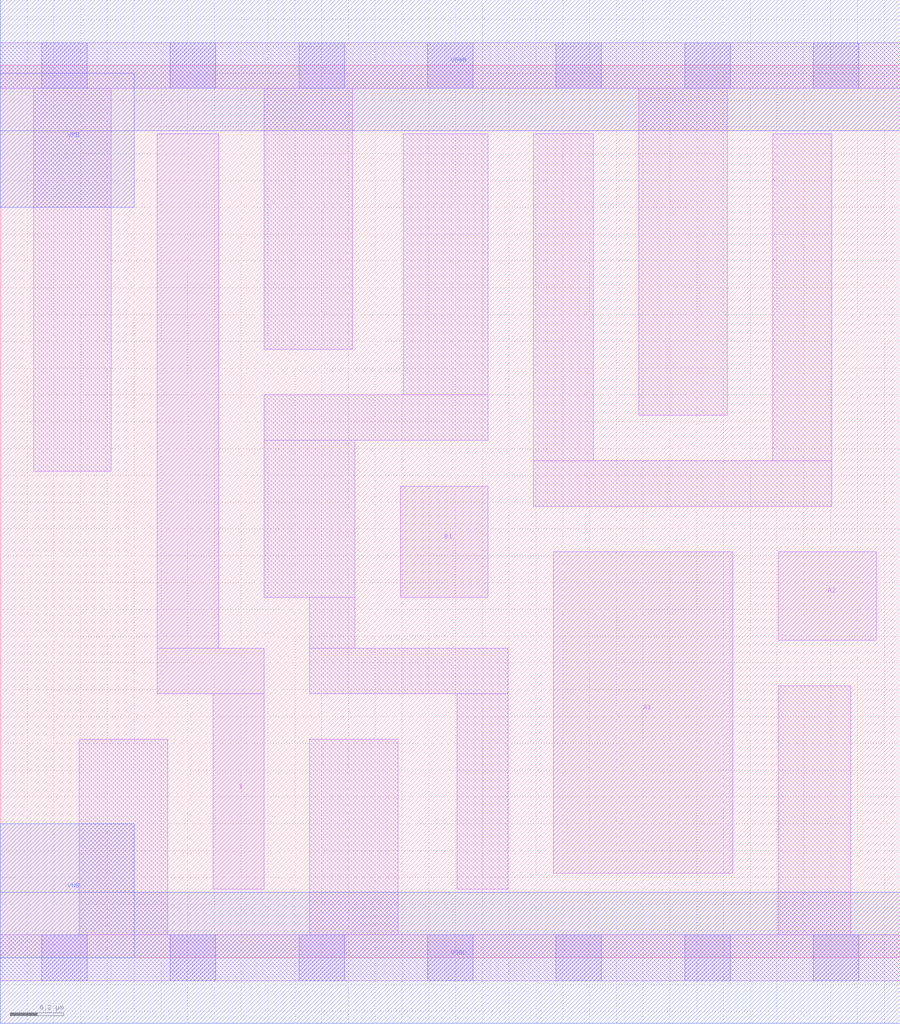
<source format=lef>
# Copyright 2020 The SkyWater PDK Authors
#
# Licensed under the Apache License, Version 2.0 (the "License");
# you may not use this file except in compliance with the License.
# You may obtain a copy of the License at
#
#     https://www.apache.org/licenses/LICENSE-2.0
#
# Unless required by applicable law or agreed to in writing, software
# distributed under the License is distributed on an "AS IS" BASIS,
# WITHOUT WARRANTIES OR CONDITIONS OF ANY KIND, either express or implied.
# See the License for the specific language governing permissions and
# limitations under the License.
#
# SPDX-License-Identifier: Apache-2.0

VERSION 5.5 ;
NAMESCASESENSITIVE ON ;
BUSBITCHARS "[]" ;
DIVIDERCHAR "/" ;
MACRO sky130_fd_sc_lp__a21o_2
  CLASS CORE ;
  SOURCE USER ;
  ORIGIN  0.000000  0.000000 ;
  SIZE  3.360000 BY  3.330000 ;
  SYMMETRY X Y R90 ;
  SITE unit ;
  PIN A1
    ANTENNAGATEAREA  0.315000 ;
    DIRECTION INPUT ;
    USE SIGNAL ;
    PORT
      LAYER li1 ;
        RECT 2.065000 0.315000 2.735000 1.515000 ;
    END
  END A1
  PIN A2
    ANTENNAGATEAREA  0.315000 ;
    DIRECTION INPUT ;
    USE SIGNAL ;
    PORT
      LAYER li1 ;
        RECT 2.905000 1.185000 3.270000 1.515000 ;
    END
  END A2
  PIN B1
    ANTENNAGATEAREA  0.315000 ;
    DIRECTION INPUT ;
    USE SIGNAL ;
    PORT
      LAYER li1 ;
        RECT 1.495000 1.345000 1.820000 1.760000 ;
    END
  END B1
  PIN X
    ANTENNADIFFAREA  0.588000 ;
    DIRECTION OUTPUT ;
    USE SIGNAL ;
    PORT
      LAYER li1 ;
        RECT 0.585000 0.985000 0.985000 1.155000 ;
        RECT 0.585000 1.155000 0.815000 3.075000 ;
        RECT 0.795000 0.255000 0.985000 0.985000 ;
    END
  END X
  PIN VGND
    DIRECTION INOUT ;
    USE GROUND ;
    PORT
      LAYER met1 ;
        RECT 0.000000 -0.245000 3.360000 0.245000 ;
    END
  END VGND
  PIN VNB
    DIRECTION INOUT ;
    USE GROUND ;
    PORT
      LAYER met1 ;
        RECT 0.000000 0.000000 0.500000 0.500000 ;
    END
  END VNB
  PIN VPB
    DIRECTION INOUT ;
    USE POWER ;
    PORT
      LAYER met1 ;
        RECT 0.000000 2.800000 0.500000 3.300000 ;
    END
  END VPB
  PIN VPWR
    DIRECTION INOUT ;
    USE POWER ;
    PORT
      LAYER met1 ;
        RECT 0.000000 3.085000 3.360000 3.575000 ;
    END
  END VPWR
  OBS
    LAYER li1 ;
      RECT 0.000000 -0.085000 3.360000 0.085000 ;
      RECT 0.000000  3.245000 3.360000 3.415000 ;
      RECT 0.125000  1.815000 0.415000 3.245000 ;
      RECT 0.295000  0.085000 0.625000 0.815000 ;
      RECT 0.985000  1.345000 1.325000 1.930000 ;
      RECT 0.985000  1.930000 1.820000 2.100000 ;
      RECT 0.985000  2.270000 1.315000 3.245000 ;
      RECT 1.155000  0.085000 1.485000 0.815000 ;
      RECT 1.155000  0.985000 1.895000 1.155000 ;
      RECT 1.155000  1.155000 1.325000 1.345000 ;
      RECT 1.505000  2.100000 1.820000 3.075000 ;
      RECT 1.705000  0.255000 1.895000 0.985000 ;
      RECT 1.990000  1.685000 3.105000 1.855000 ;
      RECT 1.990000  1.855000 2.215000 3.075000 ;
      RECT 2.385000  2.025000 2.715000 3.245000 ;
      RECT 2.885000  1.855000 3.105000 3.075000 ;
      RECT 2.905000  0.085000 3.175000 1.015000 ;
    LAYER mcon ;
      RECT 0.155000 -0.085000 0.325000 0.085000 ;
      RECT 0.155000  3.245000 0.325000 3.415000 ;
      RECT 0.635000 -0.085000 0.805000 0.085000 ;
      RECT 0.635000  3.245000 0.805000 3.415000 ;
      RECT 1.115000 -0.085000 1.285000 0.085000 ;
      RECT 1.115000  3.245000 1.285000 3.415000 ;
      RECT 1.595000 -0.085000 1.765000 0.085000 ;
      RECT 1.595000  3.245000 1.765000 3.415000 ;
      RECT 2.075000 -0.085000 2.245000 0.085000 ;
      RECT 2.075000  3.245000 2.245000 3.415000 ;
      RECT 2.555000 -0.085000 2.725000 0.085000 ;
      RECT 2.555000  3.245000 2.725000 3.415000 ;
      RECT 3.035000 -0.085000 3.205000 0.085000 ;
      RECT 3.035000  3.245000 3.205000 3.415000 ;
  END
END sky130_fd_sc_lp__a21o_2

</source>
